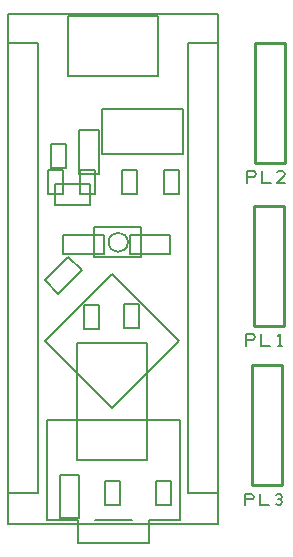
<source format=gbr>
G04 DesignSpark PCB Gerber Version 11.0 Build 5877*
G04 #@! TF.Part,Single*
G04 #@! TF.FileFunction,Legend,Top*
G04 #@! TF.FilePolarity,Positive*
%FSLAX35Y35*%
%MOIN*%
%ADD70C,0.00500*%
%ADD71C,0.00800*%
%ADD20C,0.01000*%
G04 #@! TD.AperFunction*
X0Y0D02*
D02*
D70*
X14416Y16938D02*
Y166938D01*
X4416D01*
Y16938D01*
X14416D01*
X16681Y67479D02*
X39096Y89894D01*
X61370Y67620D01*
X38955Y45205D01*
X16681Y67479D01*
X17202Y41250D02*
X61702D01*
Y7750D01*
X51202D01*
Y250D01*
X27702D01*
Y7750D01*
X17202D01*
Y41250D01*
X18702Y133250D02*
Y125250D01*
X23702D01*
Y133250D01*
X18702D01*
X20102Y113000D02*
X31602D01*
Y120000D01*
X20102D01*
Y113000D01*
X21032Y83376D02*
X16578Y87830D01*
X24373Y95624D01*
X28827Y91170D01*
X21032Y83376D01*
X22702Y96500D02*
X36202D01*
Y103000D01*
X22702D01*
Y96500D01*
Y124600D02*
Y116600D01*
X17702D01*
Y124600D01*
X22702D01*
X24202Y175750D02*
X54202D01*
Y155750D01*
X24202D01*
Y175750D01*
X27918Y8593D02*
Y22993D01*
X21518D01*
Y8593D01*
X27918D01*
X28102Y137800D02*
Y123400D01*
X34502D01*
Y137800D01*
X28102D01*
X29602Y79700D02*
Y71700D01*
X34602D01*
Y79700D01*
X29602D01*
X33452Y124500D02*
Y116500D01*
X28452D01*
Y124500D01*
X33452D01*
X35702Y130000D02*
X62702D01*
Y145000D01*
X35702D01*
Y130000D01*
X41702Y13000D02*
Y21000D01*
X36702D01*
Y13000D01*
X41702D01*
X42202Y116600D02*
Y124600D01*
X47202D01*
Y116600D01*
X42202D01*
X44255Y100480D02*
G75*
G03*
X37852I-3201J0D01*
G01*
G75*
G03*
X44255I3201J0D01*
G01*
X45702Y7750D02*
X33202D01*
X45702D02*
X33202D01*
X47952Y71750D02*
Y79750D01*
X42952D01*
Y71750D01*
X47952D01*
X48754Y95480D02*
X33054D01*
Y105480D01*
X48754D01*
Y95480D01*
X50702Y28000D02*
Y67000D01*
X27202D01*
Y28000D01*
X50702D01*
X56452Y116500D02*
Y124500D01*
X61452D01*
Y116500D01*
X56452D01*
X58402Y103000D02*
X44902D01*
Y96500D01*
X58402D01*
Y103000D01*
X58702Y13000D02*
Y21000D01*
X53702D01*
Y13000D01*
X58702D01*
X74202Y176500D02*
Y6500D01*
X4202D01*
Y176500D01*
X74202D01*
X74402Y16900D02*
Y166900D01*
X64402D01*
Y16900D01*
X74402D01*
X83257Y12870D02*
Y16620D01*
X85445D01*
X86070Y16308D01*
X86383Y15683D01*
X86070Y15058D01*
X85445Y14746D01*
X83257D01*
X88257Y16620D02*
Y12870D01*
X91383D01*
X93570Y13183D02*
X94195Y12870D01*
X94820D01*
X95445Y13183D01*
X95757Y13808D01*
X95445Y14433D01*
X94820Y14746D01*
X94195D01*
X94820D02*
X95445Y15058D01*
X95757Y15683D01*
X95445Y16308D01*
X94820Y16620D01*
X94195D01*
X93570Y16308D01*
X83641Y66020D02*
Y69770D01*
X85829D01*
X86454Y69458D01*
X86767Y68833D01*
X86454Y68208D01*
X85829Y67895D01*
X83641D01*
X88641Y69770D02*
Y66020D01*
X91767D01*
X94267D02*
X95517D01*
X94891D02*
Y69770D01*
X94267Y69145D01*
X83966Y120370D02*
Y124120D01*
X86154D01*
X86779Y123808D01*
X87091Y123183D01*
X86779Y122558D01*
X86154Y122246D01*
X83966D01*
X88966Y124120D02*
Y120370D01*
X92091D01*
X96466D02*
X93966D01*
X96154Y122558D01*
X96466Y123183D01*
X96154Y123808D01*
X95529Y124120D01*
X94591D01*
X93966Y123808D01*
D02*
D71*
X24202Y175750D02*
X54202D01*
Y155750D01*
X24202D01*
Y175750D01*
D02*
D20*
X85757Y59433D02*
Y19433D01*
X95757D01*
Y59433D01*
X85757D01*
X86141Y112583D02*
Y72583D01*
X96141D01*
Y112583D01*
X86141D01*
X86466Y166933D02*
Y126933D01*
X96466D01*
Y166933D01*
X86466D01*
X0Y0D02*
M02*

</source>
